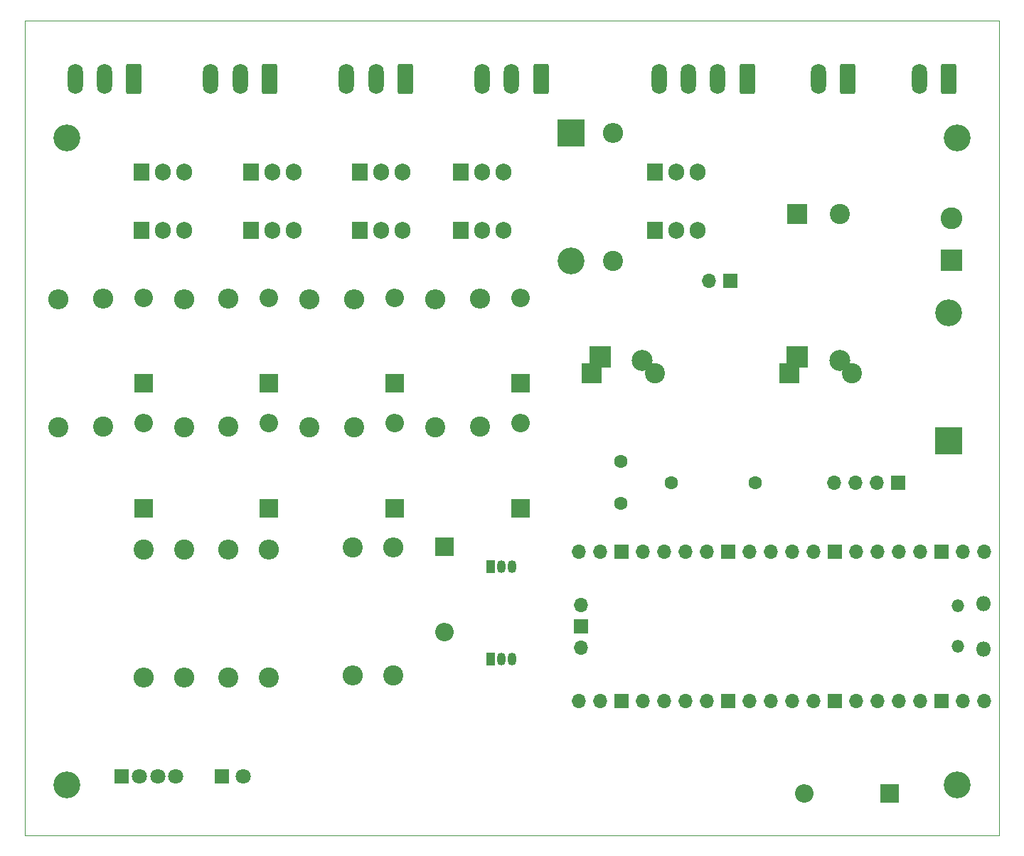
<source format=gbr>
%TF.GenerationSoftware,KiCad,Pcbnew,7.0.7+dfsg-1*%
%TF.CreationDate,2024-04-04T17:52:09+01:00*%
%TF.ProjectId,point-controller,706f696e-742d-4636-9f6e-74726f6c6c65,rev?*%
%TF.SameCoordinates,Original*%
%TF.FileFunction,Soldermask,Bot*%
%TF.FilePolarity,Negative*%
%FSLAX46Y46*%
G04 Gerber Fmt 4.6, Leading zero omitted, Abs format (unit mm)*
G04 Created by KiCad (PCBNEW 7.0.7+dfsg-1) date 2024-04-04 17:52:09*
%MOMM*%
%LPD*%
G01*
G04 APERTURE LIST*
G04 Aperture macros list*
%AMRoundRect*
0 Rectangle with rounded corners*
0 $1 Rounding radius*
0 $2 $3 $4 $5 $6 $7 $8 $9 X,Y pos of 4 corners*
0 Add a 4 corners polygon primitive as box body*
4,1,4,$2,$3,$4,$5,$6,$7,$8,$9,$2,$3,0*
0 Add four circle primitives for the rounded corners*
1,1,$1+$1,$2,$3*
1,1,$1+$1,$4,$5*
1,1,$1+$1,$6,$7*
1,1,$1+$1,$8,$9*
0 Add four rect primitives between the rounded corners*
20,1,$1+$1,$2,$3,$4,$5,0*
20,1,$1+$1,$4,$5,$6,$7,0*
20,1,$1+$1,$6,$7,$8,$9,0*
20,1,$1+$1,$8,$9,$2,$3,0*%
G04 Aperture macros list end*
%ADD10R,1.905000X2.000000*%
%ADD11O,1.905000X2.000000*%
%ADD12C,2.400000*%
%ADD13O,2.400000X2.400000*%
%ADD14R,1.800000X1.800000*%
%ADD15C,1.800000*%
%ADD16R,2.200000X2.200000*%
%ADD17O,2.200000X2.200000*%
%ADD18R,1.050000X1.500000*%
%ADD19O,1.050000X1.500000*%
%ADD20RoundRect,0.250000X0.650000X1.550000X-0.650000X1.550000X-0.650000X-1.550000X0.650000X-1.550000X0*%
%ADD21O,1.800000X3.600000*%
%ADD22R,3.200000X3.200000*%
%ADD23O,3.200000X3.200000*%
%ADD24C,1.600000*%
%ADD25R,2.400000X2.400000*%
%ADD26R,2.500000X2.500000*%
%ADD27C,2.500000*%
%ADD28C,3.200000*%
%ADD29R,2.600000X2.600000*%
%ADD30C,2.600000*%
%ADD31R,1.700000X1.700000*%
%ADD32O,1.700000X1.700000*%
%ADD33O,1.800000X1.800000*%
%ADD34O,1.500000X1.500000*%
%TA.AperFunction,Profile*%
%ADD35C,0.100000*%
%TD*%
G04 APERTURE END LIST*
D10*
%TO.C,Q7*%
X57920000Y-40945000D03*
D11*
X60460000Y-40945000D03*
X63000000Y-40945000D03*
%TD*%
D10*
%TO.C,Q1*%
X119000000Y-41000000D03*
D11*
X121540000Y-41000000D03*
X124080000Y-41000000D03*
%TD*%
D12*
%TO.C,R10*%
X62959089Y-64419999D03*
D13*
X62959089Y-49179999D03*
%TD*%
D14*
%TO.C,D4*%
X67460000Y-106000000D03*
D15*
X70000000Y-106000000D03*
%TD*%
D10*
%TO.C,Q9*%
X83920000Y-41000000D03*
D11*
X86460000Y-41000000D03*
X89000000Y-41000000D03*
%TD*%
D16*
%TO.C,D3*%
X94000000Y-78660000D03*
D17*
X94000000Y-88820000D03*
%TD*%
D18*
%TO.C,Q2*%
X99460000Y-81000000D03*
D19*
X100730000Y-81000000D03*
X102000000Y-81000000D03*
%TD*%
D16*
%TO.C,D14*%
X88040904Y-59160000D03*
D17*
X88040904Y-49000000D03*
%TD*%
D20*
%TO.C,J9*%
X89296666Y-22932500D03*
D21*
X85796666Y-22932500D03*
X82296666Y-22932500D03*
%TD*%
D22*
%TO.C,D1*%
X154000000Y-66000000D03*
D23*
X154000000Y-50760000D03*
%TD*%
D10*
%TO.C,Q5*%
X70920000Y-40945000D03*
D11*
X73460000Y-40945000D03*
X76000000Y-40945000D03*
%TD*%
D12*
%TO.C,R9*%
X53286363Y-64340000D03*
D13*
X53286363Y-49100000D03*
%TD*%
D18*
%TO.C,Q3*%
X99460000Y-92000000D03*
D19*
X100730000Y-92000000D03*
X102000000Y-92000000D03*
%TD*%
D10*
%TO.C,Q6*%
X57920000Y-34000000D03*
D11*
X60460000Y-34000000D03*
X63000000Y-34000000D03*
%TD*%
D16*
%TO.C,D7*%
X73081815Y-59160000D03*
D17*
X73081815Y-49000000D03*
%TD*%
D24*
%TO.C,C4*%
X115000000Y-68500000D03*
X115000000Y-73500000D03*
%TD*%
D12*
%TO.C,R3*%
X87836370Y-94000000D03*
D13*
X87836370Y-78760000D03*
%TD*%
D20*
%TO.C,J3*%
X130000000Y-22932500D03*
D21*
X126500000Y-22932500D03*
X123000000Y-22932500D03*
X119500000Y-22932500D03*
%TD*%
D12*
%TO.C,R6*%
X63000000Y-79000000D03*
D13*
X63000000Y-94240000D03*
%TD*%
D20*
%TO.C,J5*%
X142000000Y-22932500D03*
D21*
X138500000Y-22932500D03*
%TD*%
D16*
%TO.C,D12*%
X88040904Y-74080000D03*
D17*
X88040904Y-63920000D03*
%TD*%
D12*
%TO.C,R11*%
X68245452Y-64340000D03*
D13*
X68245452Y-49100000D03*
%TD*%
D25*
%TO.C,C3*%
X135000000Y-58000000D03*
D26*
X136000000Y-56000000D03*
D27*
X141000000Y-56500000D03*
D12*
X142500000Y-58000000D03*
%TD*%
D10*
%TO.C,U1*%
X119000000Y-34000000D03*
D11*
X121540000Y-34000000D03*
X124080000Y-34000000D03*
%TD*%
D16*
%TO.C,D8*%
X73081815Y-74080000D03*
D17*
X73081815Y-63920000D03*
%TD*%
D16*
%TO.C,D13*%
X103000000Y-59160000D03*
D17*
X103000000Y-49000000D03*
%TD*%
D22*
%TO.C,D2*%
X109000000Y-29380000D03*
D23*
X109000000Y-44620000D03*
%TD*%
D12*
%TO.C,R14*%
X92877267Y-64419999D03*
D13*
X92877267Y-49179999D03*
%TD*%
D20*
%TO.C,J8*%
X105445000Y-22932500D03*
D21*
X101945000Y-22932500D03*
X98445000Y-22932500D03*
%TD*%
D28*
%TO.C,H1*%
X49000000Y-30000000D03*
%TD*%
D29*
%TO.C,J1*%
X154305000Y-44500000D03*
D30*
X154305000Y-39500000D03*
%TD*%
D28*
%TO.C,H3*%
X49000000Y-107000000D03*
%TD*%
D31*
%TO.C,JP1*%
X128000000Y-47000000D03*
D32*
X125460000Y-47000000D03*
%TD*%
D16*
%TO.C,D11*%
X103000000Y-74080000D03*
D17*
X103000000Y-63920000D03*
%TD*%
D25*
%TO.C,C1*%
X136000000Y-39000000D03*
D12*
X141000000Y-39000000D03*
%TD*%
D10*
%TO.C,Q8*%
X95920000Y-41000000D03*
D11*
X98460000Y-41000000D03*
X101000000Y-41000000D03*
%TD*%
D16*
%TO.C,D9*%
X58122726Y-59160000D03*
D17*
X58122726Y-49000000D03*
%TD*%
D12*
%TO.C,R1*%
X114000000Y-44620000D03*
D13*
X114000000Y-29380000D03*
%TD*%
D12*
%TO.C,R8*%
X48000000Y-64419999D03*
D13*
X48000000Y-49179999D03*
%TD*%
D28*
%TO.C,H2*%
X155000000Y-30000000D03*
%TD*%
D20*
%TO.C,J6*%
X73148333Y-22932500D03*
D21*
X69648333Y-22932500D03*
X66148333Y-22932500D03*
%TD*%
D12*
%TO.C,R12*%
X77918178Y-64419999D03*
D13*
X77918178Y-49179999D03*
%TD*%
D12*
%TO.C,R2*%
X83000000Y-78760000D03*
D13*
X83000000Y-94000000D03*
%TD*%
D24*
%TO.C,C5*%
X121000000Y-71000000D03*
X131000000Y-71000000D03*
%TD*%
D10*
%TO.C,Q11*%
X83920000Y-34000000D03*
D11*
X86460000Y-34000000D03*
X89000000Y-34000000D03*
%TD*%
D20*
%TO.C,J7*%
X57000000Y-22932500D03*
D21*
X53500000Y-22932500D03*
X50000000Y-22932500D03*
%TD*%
D12*
%TO.C,R5*%
X68245452Y-94240000D03*
D13*
X68245452Y-79000000D03*
%TD*%
D20*
%TO.C,J2*%
X154000000Y-22932500D03*
D21*
X150500000Y-22932500D03*
%TD*%
D28*
%TO.C,H4*%
X155000000Y-107000000D03*
%TD*%
D14*
%TO.C,D6*%
X55523000Y-106000000D03*
D15*
X57682000Y-106000000D03*
X59841000Y-106000000D03*
X62000000Y-106000000D03*
%TD*%
D33*
%TO.C,U2*%
X158110000Y-85385000D03*
D34*
X155080000Y-85685000D03*
X155080000Y-90535000D03*
D33*
X158110000Y-90835000D03*
D32*
X158240000Y-79220000D03*
X155700000Y-79220000D03*
D31*
X153160000Y-79220000D03*
D32*
X150620000Y-79220000D03*
X148080000Y-79220000D03*
X145540000Y-79220000D03*
X143000000Y-79220000D03*
D31*
X140460000Y-79220000D03*
D32*
X137920000Y-79220000D03*
X135380000Y-79220000D03*
X132840000Y-79220000D03*
X130300000Y-79220000D03*
D31*
X127760000Y-79220000D03*
D32*
X125220000Y-79220000D03*
X122680000Y-79220000D03*
X120140000Y-79220000D03*
X117600000Y-79220000D03*
D31*
X115060000Y-79220000D03*
D32*
X112520000Y-79220000D03*
X109980000Y-79220000D03*
X109980000Y-97000000D03*
X112520000Y-97000000D03*
D31*
X115060000Y-97000000D03*
D32*
X117600000Y-97000000D03*
X120140000Y-97000000D03*
X122680000Y-97000000D03*
X125220000Y-97000000D03*
D31*
X127760000Y-97000000D03*
D32*
X130300000Y-97000000D03*
X132840000Y-97000000D03*
X135380000Y-97000000D03*
X137920000Y-97000000D03*
D31*
X140460000Y-97000000D03*
D32*
X143000000Y-97000000D03*
X145540000Y-97000000D03*
X148080000Y-97000000D03*
X150620000Y-97000000D03*
D31*
X153160000Y-97000000D03*
D32*
X155700000Y-97000000D03*
X158240000Y-97000000D03*
X110210000Y-85570000D03*
D31*
X110210000Y-88110000D03*
D32*
X110210000Y-90650000D03*
%TD*%
D12*
%TO.C,R15*%
X98163630Y-64340000D03*
D13*
X98163630Y-49100000D03*
%TD*%
D16*
%TO.C,D5*%
X147000000Y-108000000D03*
D17*
X136840000Y-108000000D03*
%TD*%
D31*
%TO.C,J4*%
X148000000Y-71000000D03*
D32*
X145460000Y-71000000D03*
X142920000Y-71000000D03*
X140380000Y-71000000D03*
%TD*%
D12*
%TO.C,R7*%
X58163637Y-79000000D03*
D13*
X58163637Y-94240000D03*
%TD*%
D12*
%TO.C,R4*%
X73081815Y-94240000D03*
D13*
X73081815Y-79000000D03*
%TD*%
D12*
%TO.C,R13*%
X83204541Y-64419999D03*
D13*
X83204541Y-49179999D03*
%TD*%
D16*
%TO.C,D10*%
X58122726Y-74080000D03*
D17*
X58122726Y-63920000D03*
%TD*%
D10*
%TO.C,Q4*%
X70920000Y-34000000D03*
D11*
X73460000Y-34000000D03*
X76000000Y-34000000D03*
%TD*%
D10*
%TO.C,Q10*%
X95920000Y-34000000D03*
D11*
X98460000Y-34000000D03*
X101000000Y-34000000D03*
%TD*%
D25*
%TO.C,C2*%
X111487246Y-58000000D03*
D26*
X112487246Y-56000000D03*
D27*
X117487246Y-56500000D03*
D12*
X118987246Y-58000000D03*
%TD*%
D35*
X44000000Y-16000000D02*
X160000000Y-16000000D01*
X160000000Y-113000000D01*
X44000000Y-113000000D01*
X44000000Y-16000000D01*
M02*

</source>
